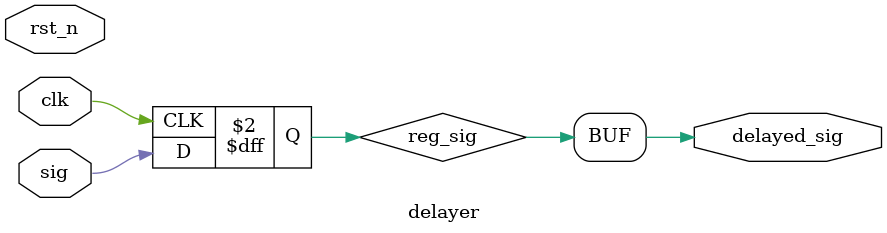
<source format=v>
/* 
This module delays the input signal by one clock cycle.
*/
`timescale 1ns / 1ps

module delayer(clk, rst_n, sig, delayed_sig);
    input clk;
    input rst_n;
    input sig;
    output delayed_sig;
    
    reg reg_sig;
    
    assign delayed_sig = reg_sig;
    
    always@(posedge clk) 
    begin
        reg_sig = sig;
    end
endmodule

</source>
